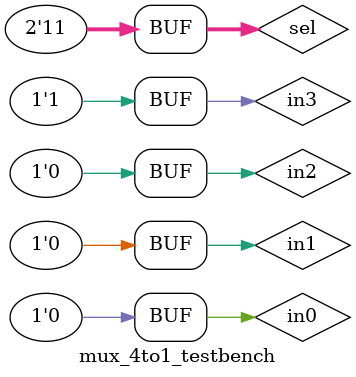
<source format=v>

`define DELAY 20
module mux_4to1_testbench();

reg in3;
reg in2;
reg in1;
reg in0;
reg [1:0] sel;
wire out;

mux_4to1 test_mux (
	.out(out),
	.in3(in3),
	.in2(in2),
	.in1(in1),
	.in0(in0),
	.sel(sel)
	);

initial begin
	sel = 2'b00; in3 = 1'b0; in2 = 1'b0; in1 = 1'b0; in0 = 1'b1;  
	#`DELAY;
	sel = 2'b01; in3 = 1'b0; in2 = 1'b0; in1 = 1'b1; in0 = 1'b0;  
	#`DELAY;
	sel = 2'b10; in3 = 1'b0; in2 = 1'b1; in1 = 1'b0; in0 = 1'b0;  
	#`DELAY;
	sel = 2'b11; in3 = 1'b1; in2 = 1'b0; in1 = 1'b0; in0 = 1'b0;
end
 
 
initial
begin
	$monitor("sel = %2b, in3 = %1b, in2 = %1b, in1 = %1b, in0 = %1b, out = %1b", sel, in3, in2, in1, in0, out);
end
 
endmodule

</source>
